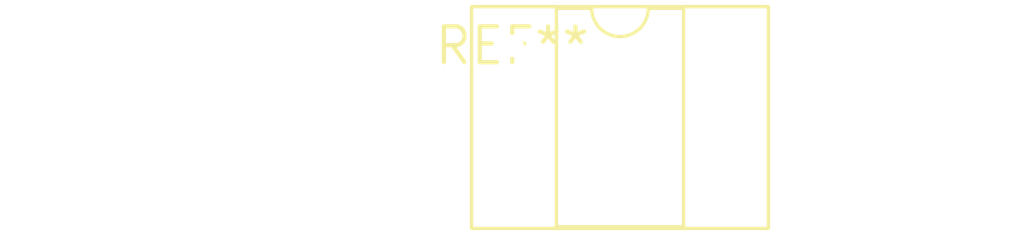
<source format=kicad_pcb>
(kicad_pcb (version 20240108) (generator pcbnew)
  (layers (0 "F.Cu" signal) (31 "B.Cu" signal) (34 "B.Paste" user) (35 "F.Paste" user) (36 "B.SilkS" user "B.Silkscreen") (37 "F.SilkS" user "F.Silkscreen") (38 "B.Mask" user) (39 "F.Mask" user) (44 "Edge.Cuts" user))
  (net 0 "")
  (footprint "DIP-5-6_W7.62mm_Socket_LongPads" (layer "F.Cu") (at 0 0)
    (property "Reference" "REF**")
    (property "Value" "DIP-5-6_W7.62mm_Socket_LongPads")
    (fp_line (start -1.44 -1.39) (end -1.44 6.47) (layer "F.SilkS") (stroke (width 0.12)))
    (fp_line (start -1.44 6.47) (end 9.06 6.47) (layer "F.SilkS") (stroke (width 0.12)))
    (fp_line (start 1.56 -1.33) (end 1.56 6.41) (layer "F.SilkS") (stroke (width 0.12)))
    (fp_line (start 1.56 6.41) (end 6.06 6.41) (layer "F.SilkS") (stroke (width 0.12)))
    (fp_line (start 2.81 -1.33) (end 1.56 -1.33) (layer "F.SilkS") (stroke (width 0.12)))
    (fp_line (start 6.06 -1.33) (end 4.81 -1.33) (layer "F.SilkS") (stroke (width 0.12)))
    (fp_line (start 6.06 6.41) (end 6.06 -1.33) (layer "F.SilkS") (stroke (width 0.12)))
    (fp_line (start 9.06 -1.39) (end -1.44 -1.39) (layer "F.SilkS") (stroke (width 0.12)))
    (fp_line (start 9.06 6.47) (end 9.06 -1.39) (layer "F.SilkS") (stroke (width 0.12)))
    (fp_arc (start 4.81 -1.33) (mid 3.81 -0.33) (end 2.81 -1.33) (layer "F.SilkS") (stroke (width 0.12)))
    (pad "1" thru_hole rect (at 0 0) (size 2.4 1.6) (drill 0.8) (layers *.Cu *.Mask) (remove_unused_layers))
    (pad "2" thru_hole oval (at 0 2.54) (size 2.4 1.6) (drill 0.8) (layers *.Cu *.Mask) (remove_unused_layers))
    (pad "3" thru_hole oval (at 0 5.08) (size 2.4 1.6) (drill 0.8) (layers *.Cu *.Mask) (remove_unused_layers))
    (pad "4" thru_hole oval (at 7.62 5.08) (size 2.4 1.6) (drill 0.8) (layers *.Cu *.Mask) (remove_unused_layers))
    (pad "6" thru_hole oval (at 7.62 0) (size 2.4 1.6) (drill 0.8) (layers *.Cu *.Mask) (remove_unused_layers))
  )
)
</source>
